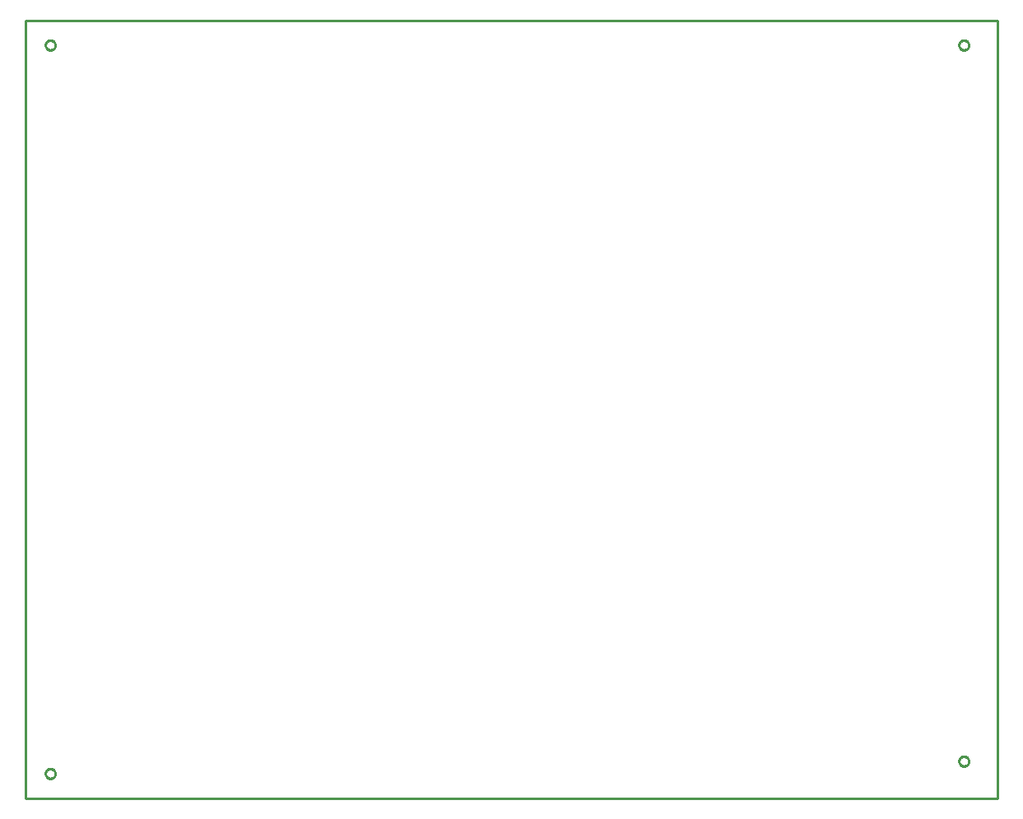
<source format=gbr>
G04 EAGLE Gerber RS-274X export*
G75*
%MOMM*%
%FSLAX34Y34*%
%LPD*%
%IN*%
%IPPOS*%
%AMOC8*
5,1,8,0,0,1.08239X$1,22.5*%
G01*
%ADD10C,0.254000*%


D10*
X0Y0D02*
X1000000Y0D01*
X1000000Y800000D01*
X0Y800000D01*
X0Y0D01*
X30400Y774419D02*
X30337Y773861D01*
X30212Y773314D01*
X30027Y772784D01*
X29783Y772278D01*
X29484Y771802D01*
X29134Y771363D01*
X28737Y770966D01*
X28298Y770616D01*
X27822Y770317D01*
X27316Y770073D01*
X26786Y769888D01*
X26239Y769763D01*
X25681Y769700D01*
X25119Y769700D01*
X24561Y769763D01*
X24014Y769888D01*
X23484Y770073D01*
X22978Y770317D01*
X22502Y770616D01*
X22063Y770966D01*
X21666Y771363D01*
X21316Y771802D01*
X21017Y772278D01*
X20773Y772784D01*
X20588Y773314D01*
X20463Y773861D01*
X20400Y774419D01*
X20400Y774981D01*
X20463Y775539D01*
X20588Y776086D01*
X20773Y776616D01*
X21017Y777122D01*
X21316Y777598D01*
X21666Y778037D01*
X22063Y778434D01*
X22502Y778784D01*
X22978Y779083D01*
X23484Y779327D01*
X24014Y779512D01*
X24561Y779637D01*
X25119Y779700D01*
X25681Y779700D01*
X26239Y779637D01*
X26786Y779512D01*
X27316Y779327D01*
X27822Y779083D01*
X28298Y778784D01*
X28737Y778434D01*
X29134Y778037D01*
X29484Y777598D01*
X29783Y777122D01*
X30027Y776616D01*
X30212Y776086D01*
X30337Y775539D01*
X30400Y774981D01*
X30400Y774419D01*
X970200Y774419D02*
X970137Y773861D01*
X970012Y773314D01*
X969827Y772784D01*
X969583Y772278D01*
X969284Y771802D01*
X968934Y771363D01*
X968537Y770966D01*
X968098Y770616D01*
X967622Y770317D01*
X967116Y770073D01*
X966586Y769888D01*
X966039Y769763D01*
X965481Y769700D01*
X964919Y769700D01*
X964361Y769763D01*
X963814Y769888D01*
X963284Y770073D01*
X962778Y770317D01*
X962302Y770616D01*
X961863Y770966D01*
X961466Y771363D01*
X961116Y771802D01*
X960817Y772278D01*
X960573Y772784D01*
X960388Y773314D01*
X960263Y773861D01*
X960200Y774419D01*
X960200Y774981D01*
X960263Y775539D01*
X960388Y776086D01*
X960573Y776616D01*
X960817Y777122D01*
X961116Y777598D01*
X961466Y778037D01*
X961863Y778434D01*
X962302Y778784D01*
X962778Y779083D01*
X963284Y779327D01*
X963814Y779512D01*
X964361Y779637D01*
X964919Y779700D01*
X965481Y779700D01*
X966039Y779637D01*
X966586Y779512D01*
X967116Y779327D01*
X967622Y779083D01*
X968098Y778784D01*
X968537Y778434D01*
X968934Y778037D01*
X969284Y777598D01*
X969583Y777122D01*
X969827Y776616D01*
X970012Y776086D01*
X970137Y775539D01*
X970200Y774981D01*
X970200Y774419D01*
X970200Y37819D02*
X970137Y37261D01*
X970012Y36714D01*
X969827Y36184D01*
X969583Y35678D01*
X969284Y35202D01*
X968934Y34763D01*
X968537Y34366D01*
X968098Y34016D01*
X967622Y33717D01*
X967116Y33473D01*
X966586Y33288D01*
X966039Y33163D01*
X965481Y33100D01*
X964919Y33100D01*
X964361Y33163D01*
X963814Y33288D01*
X963284Y33473D01*
X962778Y33717D01*
X962302Y34016D01*
X961863Y34366D01*
X961466Y34763D01*
X961116Y35202D01*
X960817Y35678D01*
X960573Y36184D01*
X960388Y36714D01*
X960263Y37261D01*
X960200Y37819D01*
X960200Y38381D01*
X960263Y38939D01*
X960388Y39486D01*
X960573Y40016D01*
X960817Y40522D01*
X961116Y40998D01*
X961466Y41437D01*
X961863Y41834D01*
X962302Y42184D01*
X962778Y42483D01*
X963284Y42727D01*
X963814Y42912D01*
X964361Y43037D01*
X964919Y43100D01*
X965481Y43100D01*
X966039Y43037D01*
X966586Y42912D01*
X967116Y42727D01*
X967622Y42483D01*
X968098Y42184D01*
X968537Y41834D01*
X968934Y41437D01*
X969284Y40998D01*
X969583Y40522D01*
X969827Y40016D01*
X970012Y39486D01*
X970137Y38939D01*
X970200Y38381D01*
X970200Y37819D01*
X30400Y25119D02*
X30337Y24561D01*
X30212Y24014D01*
X30027Y23484D01*
X29783Y22978D01*
X29484Y22502D01*
X29134Y22063D01*
X28737Y21666D01*
X28298Y21316D01*
X27822Y21017D01*
X27316Y20773D01*
X26786Y20588D01*
X26239Y20463D01*
X25681Y20400D01*
X25119Y20400D01*
X24561Y20463D01*
X24014Y20588D01*
X23484Y20773D01*
X22978Y21017D01*
X22502Y21316D01*
X22063Y21666D01*
X21666Y22063D01*
X21316Y22502D01*
X21017Y22978D01*
X20773Y23484D01*
X20588Y24014D01*
X20463Y24561D01*
X20400Y25119D01*
X20400Y25681D01*
X20463Y26239D01*
X20588Y26786D01*
X20773Y27316D01*
X21017Y27822D01*
X21316Y28298D01*
X21666Y28737D01*
X22063Y29134D01*
X22502Y29484D01*
X22978Y29783D01*
X23484Y30027D01*
X24014Y30212D01*
X24561Y30337D01*
X25119Y30400D01*
X25681Y30400D01*
X26239Y30337D01*
X26786Y30212D01*
X27316Y30027D01*
X27822Y29783D01*
X28298Y29484D01*
X28737Y29134D01*
X29134Y28737D01*
X29484Y28298D01*
X29783Y27822D01*
X30027Y27316D01*
X30212Y26786D01*
X30337Y26239D01*
X30400Y25681D01*
X30400Y25119D01*
M02*

</source>
